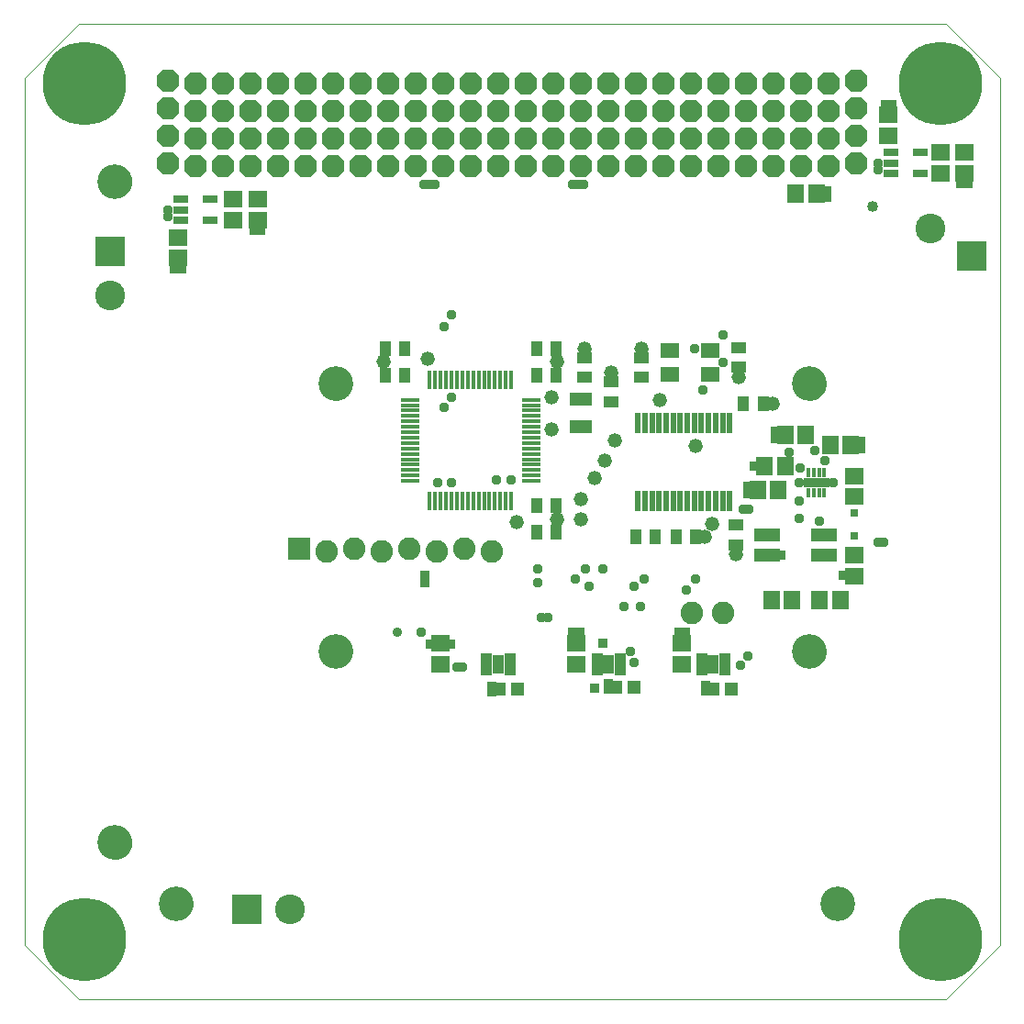
<source format=gts>
G75*
%MOIN*%
%OFA0B0*%
%FSLAX25Y25*%
%IPPOS*%
%LPD*%
%AMOC8*
5,1,8,0,0,1.08239X$1,22.5*
%
%ADD10R,0.04737X0.05131*%
%ADD11R,0.04068X0.01981*%
%ADD12R,0.04343X0.07099*%
%ADD13OC8,0.08200*%
%ADD14C,0.00000*%
%ADD15C,0.30328*%
%ADD16R,0.10800X0.10800*%
%ADD17C,0.10800*%
%ADD18C,0.12611*%
%ADD19R,0.06706X0.05918*%
%ADD20R,0.01784X0.06902*%
%ADD21R,0.06902X0.01784*%
%ADD22R,0.02375X0.07690*%
%ADD23R,0.07887X0.04737*%
%ADD24R,0.03950X0.05524*%
%ADD25R,0.05524X0.03950*%
%ADD26C,0.05200*%
%ADD27R,0.07099X0.05721*%
%ADD28R,0.04737X0.01784*%
%ADD29R,0.01784X0.04737*%
%ADD30R,0.08200X0.08200*%
%ADD31C,0.08200*%
%ADD32R,0.09461X0.03202*%
%ADD33R,0.01784X0.03556*%
%ADD34R,0.05918X0.06706*%
%ADD35R,0.02769X0.02769*%
%ADD36R,0.09461X0.04737*%
%ADD37R,0.05524X0.03162*%
%ADD38C,0.04000*%
%ADD39R,0.03581X0.03581*%
%ADD40R,0.03600X0.03600*%
%ADD41R,0.03778X0.03778*%
%ADD42C,0.03778*%
%ADD43C,0.03581*%
D10*
X0194061Y0132271D03*
X0200754Y0132271D03*
X0236332Y0133042D03*
X0243025Y0133042D03*
X0271679Y0132488D03*
X0278372Y0132488D03*
D11*
X0275913Y0138330D03*
X0275913Y0140299D03*
X0275913Y0142267D03*
X0275913Y0144236D03*
X0267527Y0144236D03*
X0267527Y0142267D03*
X0267527Y0140299D03*
X0267527Y0138330D03*
X0237913Y0138330D03*
X0237913Y0140299D03*
X0237913Y0142267D03*
X0237913Y0144236D03*
X0229527Y0144236D03*
X0229527Y0142267D03*
X0229527Y0140299D03*
X0229527Y0138330D03*
X0197813Y0138430D03*
X0197813Y0140399D03*
X0197813Y0142367D03*
X0197813Y0144336D03*
X0189427Y0144336D03*
X0189427Y0142367D03*
X0189427Y0140399D03*
X0189427Y0138430D03*
D12*
X0193620Y0141383D03*
X0233720Y0141283D03*
X0271720Y0141283D03*
D13*
X0273620Y0322195D03*
X0273620Y0332195D03*
X0273620Y0342195D03*
X0273620Y0352195D03*
X0263620Y0352195D03*
X0253620Y0352195D03*
X0253620Y0342195D03*
X0263620Y0342195D03*
X0263620Y0332195D03*
X0253620Y0332195D03*
X0243620Y0332195D03*
X0233620Y0332195D03*
X0233620Y0342195D03*
X0233620Y0352195D03*
X0243620Y0352195D03*
X0243620Y0342195D03*
X0223620Y0342195D03*
X0223620Y0352195D03*
X0213620Y0352195D03*
X0203620Y0352195D03*
X0203620Y0342195D03*
X0213620Y0342195D03*
X0213620Y0332195D03*
X0203620Y0332195D03*
X0193620Y0332195D03*
X0193620Y0342195D03*
X0193620Y0352195D03*
X0183620Y0352195D03*
X0173620Y0352195D03*
X0173620Y0342195D03*
X0183620Y0342195D03*
X0183620Y0332195D03*
X0173620Y0332195D03*
X0163620Y0332195D03*
X0163620Y0342195D03*
X0163620Y0352195D03*
X0153620Y0352195D03*
X0143620Y0352195D03*
X0143620Y0342195D03*
X0153620Y0342195D03*
X0153620Y0332195D03*
X0143620Y0332195D03*
X0133620Y0332195D03*
X0133620Y0342195D03*
X0133620Y0352195D03*
X0123620Y0352195D03*
X0113620Y0352195D03*
X0113620Y0342195D03*
X0123620Y0342195D03*
X0123620Y0332195D03*
X0113620Y0332195D03*
X0103620Y0332195D03*
X0103620Y0342195D03*
X0103620Y0352195D03*
X0093620Y0352195D03*
X0083620Y0352195D03*
X0083620Y0342195D03*
X0093620Y0342195D03*
X0093620Y0332195D03*
X0083620Y0332195D03*
X0083620Y0322195D03*
X0093620Y0322195D03*
X0103620Y0322195D03*
X0113620Y0322195D03*
X0123620Y0322195D03*
X0133620Y0322195D03*
X0143620Y0322195D03*
X0153620Y0322195D03*
X0163620Y0322195D03*
X0173620Y0322195D03*
X0183620Y0322195D03*
X0193620Y0322195D03*
X0203620Y0322195D03*
X0213620Y0322195D03*
X0223620Y0322195D03*
X0223620Y0332195D03*
X0233620Y0322195D03*
X0243620Y0322195D03*
X0253620Y0322195D03*
X0263620Y0322195D03*
X0283620Y0322195D03*
X0293620Y0322195D03*
X0293620Y0332195D03*
X0283620Y0332195D03*
X0283620Y0342195D03*
X0283620Y0352195D03*
X0293620Y0352195D03*
X0293620Y0342195D03*
X0303620Y0342195D03*
X0303620Y0352195D03*
X0313620Y0352195D03*
X0313620Y0342195D03*
X0323620Y0343195D03*
X0323620Y0353195D03*
X0323620Y0333195D03*
X0323620Y0323195D03*
X0313620Y0322195D03*
X0313620Y0332195D03*
X0303620Y0332195D03*
X0303620Y0322195D03*
X0073620Y0323195D03*
X0073620Y0333195D03*
X0073620Y0343195D03*
X0073620Y0353195D03*
D14*
X0021455Y0354163D02*
X0021455Y0039203D01*
X0041140Y0019518D01*
X0356100Y0019518D01*
X0375785Y0039203D01*
X0375785Y0354163D01*
X0356100Y0373848D01*
X0041140Y0373848D01*
X0021455Y0354163D01*
X0048494Y0316762D02*
X0048496Y0316915D01*
X0048502Y0317069D01*
X0048512Y0317222D01*
X0048526Y0317374D01*
X0048544Y0317527D01*
X0048566Y0317678D01*
X0048591Y0317829D01*
X0048621Y0317980D01*
X0048655Y0318130D01*
X0048692Y0318278D01*
X0048733Y0318426D01*
X0048778Y0318572D01*
X0048827Y0318718D01*
X0048880Y0318862D01*
X0048936Y0319004D01*
X0048996Y0319145D01*
X0049060Y0319285D01*
X0049127Y0319423D01*
X0049198Y0319559D01*
X0049273Y0319693D01*
X0049350Y0319825D01*
X0049432Y0319955D01*
X0049516Y0320083D01*
X0049604Y0320209D01*
X0049695Y0320332D01*
X0049789Y0320453D01*
X0049887Y0320571D01*
X0049987Y0320687D01*
X0050091Y0320800D01*
X0050197Y0320911D01*
X0050306Y0321019D01*
X0050418Y0321124D01*
X0050532Y0321225D01*
X0050650Y0321324D01*
X0050769Y0321420D01*
X0050891Y0321513D01*
X0051016Y0321602D01*
X0051143Y0321689D01*
X0051272Y0321771D01*
X0051403Y0321851D01*
X0051536Y0321927D01*
X0051671Y0322000D01*
X0051808Y0322069D01*
X0051947Y0322134D01*
X0052087Y0322196D01*
X0052229Y0322254D01*
X0052372Y0322309D01*
X0052517Y0322360D01*
X0052663Y0322407D01*
X0052810Y0322450D01*
X0052958Y0322489D01*
X0053107Y0322525D01*
X0053257Y0322556D01*
X0053408Y0322584D01*
X0053559Y0322608D01*
X0053712Y0322628D01*
X0053864Y0322644D01*
X0054017Y0322656D01*
X0054170Y0322664D01*
X0054323Y0322668D01*
X0054477Y0322668D01*
X0054630Y0322664D01*
X0054783Y0322656D01*
X0054936Y0322644D01*
X0055088Y0322628D01*
X0055241Y0322608D01*
X0055392Y0322584D01*
X0055543Y0322556D01*
X0055693Y0322525D01*
X0055842Y0322489D01*
X0055990Y0322450D01*
X0056137Y0322407D01*
X0056283Y0322360D01*
X0056428Y0322309D01*
X0056571Y0322254D01*
X0056713Y0322196D01*
X0056853Y0322134D01*
X0056992Y0322069D01*
X0057129Y0322000D01*
X0057264Y0321927D01*
X0057397Y0321851D01*
X0057528Y0321771D01*
X0057657Y0321689D01*
X0057784Y0321602D01*
X0057909Y0321513D01*
X0058031Y0321420D01*
X0058150Y0321324D01*
X0058268Y0321225D01*
X0058382Y0321124D01*
X0058494Y0321019D01*
X0058603Y0320911D01*
X0058709Y0320800D01*
X0058813Y0320687D01*
X0058913Y0320571D01*
X0059011Y0320453D01*
X0059105Y0320332D01*
X0059196Y0320209D01*
X0059284Y0320083D01*
X0059368Y0319955D01*
X0059450Y0319825D01*
X0059527Y0319693D01*
X0059602Y0319559D01*
X0059673Y0319423D01*
X0059740Y0319285D01*
X0059804Y0319145D01*
X0059864Y0319004D01*
X0059920Y0318862D01*
X0059973Y0318718D01*
X0060022Y0318572D01*
X0060067Y0318426D01*
X0060108Y0318278D01*
X0060145Y0318130D01*
X0060179Y0317980D01*
X0060209Y0317829D01*
X0060234Y0317678D01*
X0060256Y0317527D01*
X0060274Y0317374D01*
X0060288Y0317222D01*
X0060298Y0317069D01*
X0060304Y0316915D01*
X0060306Y0316762D01*
X0060304Y0316609D01*
X0060298Y0316455D01*
X0060288Y0316302D01*
X0060274Y0316150D01*
X0060256Y0315997D01*
X0060234Y0315846D01*
X0060209Y0315695D01*
X0060179Y0315544D01*
X0060145Y0315394D01*
X0060108Y0315246D01*
X0060067Y0315098D01*
X0060022Y0314952D01*
X0059973Y0314806D01*
X0059920Y0314662D01*
X0059864Y0314520D01*
X0059804Y0314379D01*
X0059740Y0314239D01*
X0059673Y0314101D01*
X0059602Y0313965D01*
X0059527Y0313831D01*
X0059450Y0313699D01*
X0059368Y0313569D01*
X0059284Y0313441D01*
X0059196Y0313315D01*
X0059105Y0313192D01*
X0059011Y0313071D01*
X0058913Y0312953D01*
X0058813Y0312837D01*
X0058709Y0312724D01*
X0058603Y0312613D01*
X0058494Y0312505D01*
X0058382Y0312400D01*
X0058268Y0312299D01*
X0058150Y0312200D01*
X0058031Y0312104D01*
X0057909Y0312011D01*
X0057784Y0311922D01*
X0057657Y0311835D01*
X0057528Y0311753D01*
X0057397Y0311673D01*
X0057264Y0311597D01*
X0057129Y0311524D01*
X0056992Y0311455D01*
X0056853Y0311390D01*
X0056713Y0311328D01*
X0056571Y0311270D01*
X0056428Y0311215D01*
X0056283Y0311164D01*
X0056137Y0311117D01*
X0055990Y0311074D01*
X0055842Y0311035D01*
X0055693Y0310999D01*
X0055543Y0310968D01*
X0055392Y0310940D01*
X0055241Y0310916D01*
X0055088Y0310896D01*
X0054936Y0310880D01*
X0054783Y0310868D01*
X0054630Y0310860D01*
X0054477Y0310856D01*
X0054323Y0310856D01*
X0054170Y0310860D01*
X0054017Y0310868D01*
X0053864Y0310880D01*
X0053712Y0310896D01*
X0053559Y0310916D01*
X0053408Y0310940D01*
X0053257Y0310968D01*
X0053107Y0310999D01*
X0052958Y0311035D01*
X0052810Y0311074D01*
X0052663Y0311117D01*
X0052517Y0311164D01*
X0052372Y0311215D01*
X0052229Y0311270D01*
X0052087Y0311328D01*
X0051947Y0311390D01*
X0051808Y0311455D01*
X0051671Y0311524D01*
X0051536Y0311597D01*
X0051403Y0311673D01*
X0051272Y0311753D01*
X0051143Y0311835D01*
X0051016Y0311922D01*
X0050891Y0312011D01*
X0050769Y0312104D01*
X0050650Y0312200D01*
X0050532Y0312299D01*
X0050418Y0312400D01*
X0050306Y0312505D01*
X0050197Y0312613D01*
X0050091Y0312724D01*
X0049987Y0312837D01*
X0049887Y0312953D01*
X0049789Y0313071D01*
X0049695Y0313192D01*
X0049604Y0313315D01*
X0049516Y0313441D01*
X0049432Y0313569D01*
X0049350Y0313699D01*
X0049273Y0313831D01*
X0049198Y0313965D01*
X0049127Y0314101D01*
X0049060Y0314239D01*
X0048996Y0314379D01*
X0048936Y0314520D01*
X0048880Y0314662D01*
X0048827Y0314806D01*
X0048778Y0314952D01*
X0048733Y0315098D01*
X0048692Y0315246D01*
X0048655Y0315394D01*
X0048621Y0315544D01*
X0048591Y0315695D01*
X0048566Y0315846D01*
X0048544Y0315997D01*
X0048526Y0316150D01*
X0048512Y0316302D01*
X0048502Y0316455D01*
X0048496Y0316609D01*
X0048494Y0316762D01*
X0128664Y0243293D02*
X0128666Y0243446D01*
X0128672Y0243600D01*
X0128682Y0243753D01*
X0128696Y0243905D01*
X0128714Y0244058D01*
X0128736Y0244209D01*
X0128761Y0244360D01*
X0128791Y0244511D01*
X0128825Y0244661D01*
X0128862Y0244809D01*
X0128903Y0244957D01*
X0128948Y0245103D01*
X0128997Y0245249D01*
X0129050Y0245393D01*
X0129106Y0245535D01*
X0129166Y0245676D01*
X0129230Y0245816D01*
X0129297Y0245954D01*
X0129368Y0246090D01*
X0129443Y0246224D01*
X0129520Y0246356D01*
X0129602Y0246486D01*
X0129686Y0246614D01*
X0129774Y0246740D01*
X0129865Y0246863D01*
X0129959Y0246984D01*
X0130057Y0247102D01*
X0130157Y0247218D01*
X0130261Y0247331D01*
X0130367Y0247442D01*
X0130476Y0247550D01*
X0130588Y0247655D01*
X0130702Y0247756D01*
X0130820Y0247855D01*
X0130939Y0247951D01*
X0131061Y0248044D01*
X0131186Y0248133D01*
X0131313Y0248220D01*
X0131442Y0248302D01*
X0131573Y0248382D01*
X0131706Y0248458D01*
X0131841Y0248531D01*
X0131978Y0248600D01*
X0132117Y0248665D01*
X0132257Y0248727D01*
X0132399Y0248785D01*
X0132542Y0248840D01*
X0132687Y0248891D01*
X0132833Y0248938D01*
X0132980Y0248981D01*
X0133128Y0249020D01*
X0133277Y0249056D01*
X0133427Y0249087D01*
X0133578Y0249115D01*
X0133729Y0249139D01*
X0133882Y0249159D01*
X0134034Y0249175D01*
X0134187Y0249187D01*
X0134340Y0249195D01*
X0134493Y0249199D01*
X0134647Y0249199D01*
X0134800Y0249195D01*
X0134953Y0249187D01*
X0135106Y0249175D01*
X0135258Y0249159D01*
X0135411Y0249139D01*
X0135562Y0249115D01*
X0135713Y0249087D01*
X0135863Y0249056D01*
X0136012Y0249020D01*
X0136160Y0248981D01*
X0136307Y0248938D01*
X0136453Y0248891D01*
X0136598Y0248840D01*
X0136741Y0248785D01*
X0136883Y0248727D01*
X0137023Y0248665D01*
X0137162Y0248600D01*
X0137299Y0248531D01*
X0137434Y0248458D01*
X0137567Y0248382D01*
X0137698Y0248302D01*
X0137827Y0248220D01*
X0137954Y0248133D01*
X0138079Y0248044D01*
X0138201Y0247951D01*
X0138320Y0247855D01*
X0138438Y0247756D01*
X0138552Y0247655D01*
X0138664Y0247550D01*
X0138773Y0247442D01*
X0138879Y0247331D01*
X0138983Y0247218D01*
X0139083Y0247102D01*
X0139181Y0246984D01*
X0139275Y0246863D01*
X0139366Y0246740D01*
X0139454Y0246614D01*
X0139538Y0246486D01*
X0139620Y0246356D01*
X0139697Y0246224D01*
X0139772Y0246090D01*
X0139843Y0245954D01*
X0139910Y0245816D01*
X0139974Y0245676D01*
X0140034Y0245535D01*
X0140090Y0245393D01*
X0140143Y0245249D01*
X0140192Y0245103D01*
X0140237Y0244957D01*
X0140278Y0244809D01*
X0140315Y0244661D01*
X0140349Y0244511D01*
X0140379Y0244360D01*
X0140404Y0244209D01*
X0140426Y0244058D01*
X0140444Y0243905D01*
X0140458Y0243753D01*
X0140468Y0243600D01*
X0140474Y0243446D01*
X0140476Y0243293D01*
X0140474Y0243140D01*
X0140468Y0242986D01*
X0140458Y0242833D01*
X0140444Y0242681D01*
X0140426Y0242528D01*
X0140404Y0242377D01*
X0140379Y0242226D01*
X0140349Y0242075D01*
X0140315Y0241925D01*
X0140278Y0241777D01*
X0140237Y0241629D01*
X0140192Y0241483D01*
X0140143Y0241337D01*
X0140090Y0241193D01*
X0140034Y0241051D01*
X0139974Y0240910D01*
X0139910Y0240770D01*
X0139843Y0240632D01*
X0139772Y0240496D01*
X0139697Y0240362D01*
X0139620Y0240230D01*
X0139538Y0240100D01*
X0139454Y0239972D01*
X0139366Y0239846D01*
X0139275Y0239723D01*
X0139181Y0239602D01*
X0139083Y0239484D01*
X0138983Y0239368D01*
X0138879Y0239255D01*
X0138773Y0239144D01*
X0138664Y0239036D01*
X0138552Y0238931D01*
X0138438Y0238830D01*
X0138320Y0238731D01*
X0138201Y0238635D01*
X0138079Y0238542D01*
X0137954Y0238453D01*
X0137827Y0238366D01*
X0137698Y0238284D01*
X0137567Y0238204D01*
X0137434Y0238128D01*
X0137299Y0238055D01*
X0137162Y0237986D01*
X0137023Y0237921D01*
X0136883Y0237859D01*
X0136741Y0237801D01*
X0136598Y0237746D01*
X0136453Y0237695D01*
X0136307Y0237648D01*
X0136160Y0237605D01*
X0136012Y0237566D01*
X0135863Y0237530D01*
X0135713Y0237499D01*
X0135562Y0237471D01*
X0135411Y0237447D01*
X0135258Y0237427D01*
X0135106Y0237411D01*
X0134953Y0237399D01*
X0134800Y0237391D01*
X0134647Y0237387D01*
X0134493Y0237387D01*
X0134340Y0237391D01*
X0134187Y0237399D01*
X0134034Y0237411D01*
X0133882Y0237427D01*
X0133729Y0237447D01*
X0133578Y0237471D01*
X0133427Y0237499D01*
X0133277Y0237530D01*
X0133128Y0237566D01*
X0132980Y0237605D01*
X0132833Y0237648D01*
X0132687Y0237695D01*
X0132542Y0237746D01*
X0132399Y0237801D01*
X0132257Y0237859D01*
X0132117Y0237921D01*
X0131978Y0237986D01*
X0131841Y0238055D01*
X0131706Y0238128D01*
X0131573Y0238204D01*
X0131442Y0238284D01*
X0131313Y0238366D01*
X0131186Y0238453D01*
X0131061Y0238542D01*
X0130939Y0238635D01*
X0130820Y0238731D01*
X0130702Y0238830D01*
X0130588Y0238931D01*
X0130476Y0239036D01*
X0130367Y0239144D01*
X0130261Y0239255D01*
X0130157Y0239368D01*
X0130057Y0239484D01*
X0129959Y0239602D01*
X0129865Y0239723D01*
X0129774Y0239846D01*
X0129686Y0239972D01*
X0129602Y0240100D01*
X0129520Y0240230D01*
X0129443Y0240362D01*
X0129368Y0240496D01*
X0129297Y0240632D01*
X0129230Y0240770D01*
X0129166Y0240910D01*
X0129106Y0241051D01*
X0129050Y0241193D01*
X0128997Y0241337D01*
X0128948Y0241483D01*
X0128903Y0241629D01*
X0128862Y0241777D01*
X0128825Y0241925D01*
X0128791Y0242075D01*
X0128761Y0242226D01*
X0128736Y0242377D01*
X0128714Y0242528D01*
X0128696Y0242681D01*
X0128682Y0242833D01*
X0128672Y0242986D01*
X0128666Y0243140D01*
X0128664Y0243293D01*
X0128694Y0146083D02*
X0128696Y0146236D01*
X0128702Y0146390D01*
X0128712Y0146543D01*
X0128726Y0146695D01*
X0128744Y0146848D01*
X0128766Y0146999D01*
X0128791Y0147150D01*
X0128821Y0147301D01*
X0128855Y0147451D01*
X0128892Y0147599D01*
X0128933Y0147747D01*
X0128978Y0147893D01*
X0129027Y0148039D01*
X0129080Y0148183D01*
X0129136Y0148325D01*
X0129196Y0148466D01*
X0129260Y0148606D01*
X0129327Y0148744D01*
X0129398Y0148880D01*
X0129473Y0149014D01*
X0129550Y0149146D01*
X0129632Y0149276D01*
X0129716Y0149404D01*
X0129804Y0149530D01*
X0129895Y0149653D01*
X0129989Y0149774D01*
X0130087Y0149892D01*
X0130187Y0150008D01*
X0130291Y0150121D01*
X0130397Y0150232D01*
X0130506Y0150340D01*
X0130618Y0150445D01*
X0130732Y0150546D01*
X0130850Y0150645D01*
X0130969Y0150741D01*
X0131091Y0150834D01*
X0131216Y0150923D01*
X0131343Y0151010D01*
X0131472Y0151092D01*
X0131603Y0151172D01*
X0131736Y0151248D01*
X0131871Y0151321D01*
X0132008Y0151390D01*
X0132147Y0151455D01*
X0132287Y0151517D01*
X0132429Y0151575D01*
X0132572Y0151630D01*
X0132717Y0151681D01*
X0132863Y0151728D01*
X0133010Y0151771D01*
X0133158Y0151810D01*
X0133307Y0151846D01*
X0133457Y0151877D01*
X0133608Y0151905D01*
X0133759Y0151929D01*
X0133912Y0151949D01*
X0134064Y0151965D01*
X0134217Y0151977D01*
X0134370Y0151985D01*
X0134523Y0151989D01*
X0134677Y0151989D01*
X0134830Y0151985D01*
X0134983Y0151977D01*
X0135136Y0151965D01*
X0135288Y0151949D01*
X0135441Y0151929D01*
X0135592Y0151905D01*
X0135743Y0151877D01*
X0135893Y0151846D01*
X0136042Y0151810D01*
X0136190Y0151771D01*
X0136337Y0151728D01*
X0136483Y0151681D01*
X0136628Y0151630D01*
X0136771Y0151575D01*
X0136913Y0151517D01*
X0137053Y0151455D01*
X0137192Y0151390D01*
X0137329Y0151321D01*
X0137464Y0151248D01*
X0137597Y0151172D01*
X0137728Y0151092D01*
X0137857Y0151010D01*
X0137984Y0150923D01*
X0138109Y0150834D01*
X0138231Y0150741D01*
X0138350Y0150645D01*
X0138468Y0150546D01*
X0138582Y0150445D01*
X0138694Y0150340D01*
X0138803Y0150232D01*
X0138909Y0150121D01*
X0139013Y0150008D01*
X0139113Y0149892D01*
X0139211Y0149774D01*
X0139305Y0149653D01*
X0139396Y0149530D01*
X0139484Y0149404D01*
X0139568Y0149276D01*
X0139650Y0149146D01*
X0139727Y0149014D01*
X0139802Y0148880D01*
X0139873Y0148744D01*
X0139940Y0148606D01*
X0140004Y0148466D01*
X0140064Y0148325D01*
X0140120Y0148183D01*
X0140173Y0148039D01*
X0140222Y0147893D01*
X0140267Y0147747D01*
X0140308Y0147599D01*
X0140345Y0147451D01*
X0140379Y0147301D01*
X0140409Y0147150D01*
X0140434Y0146999D01*
X0140456Y0146848D01*
X0140474Y0146695D01*
X0140488Y0146543D01*
X0140498Y0146390D01*
X0140504Y0146236D01*
X0140506Y0146083D01*
X0140504Y0145930D01*
X0140498Y0145776D01*
X0140488Y0145623D01*
X0140474Y0145471D01*
X0140456Y0145318D01*
X0140434Y0145167D01*
X0140409Y0145016D01*
X0140379Y0144865D01*
X0140345Y0144715D01*
X0140308Y0144567D01*
X0140267Y0144419D01*
X0140222Y0144273D01*
X0140173Y0144127D01*
X0140120Y0143983D01*
X0140064Y0143841D01*
X0140004Y0143700D01*
X0139940Y0143560D01*
X0139873Y0143422D01*
X0139802Y0143286D01*
X0139727Y0143152D01*
X0139650Y0143020D01*
X0139568Y0142890D01*
X0139484Y0142762D01*
X0139396Y0142636D01*
X0139305Y0142513D01*
X0139211Y0142392D01*
X0139113Y0142274D01*
X0139013Y0142158D01*
X0138909Y0142045D01*
X0138803Y0141934D01*
X0138694Y0141826D01*
X0138582Y0141721D01*
X0138468Y0141620D01*
X0138350Y0141521D01*
X0138231Y0141425D01*
X0138109Y0141332D01*
X0137984Y0141243D01*
X0137857Y0141156D01*
X0137728Y0141074D01*
X0137597Y0140994D01*
X0137464Y0140918D01*
X0137329Y0140845D01*
X0137192Y0140776D01*
X0137053Y0140711D01*
X0136913Y0140649D01*
X0136771Y0140591D01*
X0136628Y0140536D01*
X0136483Y0140485D01*
X0136337Y0140438D01*
X0136190Y0140395D01*
X0136042Y0140356D01*
X0135893Y0140320D01*
X0135743Y0140289D01*
X0135592Y0140261D01*
X0135441Y0140237D01*
X0135288Y0140217D01*
X0135136Y0140201D01*
X0134983Y0140189D01*
X0134830Y0140181D01*
X0134677Y0140177D01*
X0134523Y0140177D01*
X0134370Y0140181D01*
X0134217Y0140189D01*
X0134064Y0140201D01*
X0133912Y0140217D01*
X0133759Y0140237D01*
X0133608Y0140261D01*
X0133457Y0140289D01*
X0133307Y0140320D01*
X0133158Y0140356D01*
X0133010Y0140395D01*
X0132863Y0140438D01*
X0132717Y0140485D01*
X0132572Y0140536D01*
X0132429Y0140591D01*
X0132287Y0140649D01*
X0132147Y0140711D01*
X0132008Y0140776D01*
X0131871Y0140845D01*
X0131736Y0140918D01*
X0131603Y0140994D01*
X0131472Y0141074D01*
X0131343Y0141156D01*
X0131216Y0141243D01*
X0131091Y0141332D01*
X0130969Y0141425D01*
X0130850Y0141521D01*
X0130732Y0141620D01*
X0130618Y0141721D01*
X0130506Y0141826D01*
X0130397Y0141934D01*
X0130291Y0142045D01*
X0130187Y0142158D01*
X0130087Y0142274D01*
X0129989Y0142392D01*
X0129895Y0142513D01*
X0129804Y0142636D01*
X0129716Y0142762D01*
X0129632Y0142890D01*
X0129550Y0143020D01*
X0129473Y0143152D01*
X0129398Y0143286D01*
X0129327Y0143422D01*
X0129260Y0143560D01*
X0129196Y0143700D01*
X0129136Y0143841D01*
X0129080Y0143983D01*
X0129027Y0144127D01*
X0128978Y0144273D01*
X0128933Y0144419D01*
X0128892Y0144567D01*
X0128855Y0144715D01*
X0128821Y0144865D01*
X0128791Y0145016D01*
X0128766Y0145167D01*
X0128744Y0145318D01*
X0128726Y0145471D01*
X0128712Y0145623D01*
X0128702Y0145776D01*
X0128696Y0145930D01*
X0128694Y0146083D01*
X0048494Y0076604D02*
X0048496Y0076757D01*
X0048502Y0076911D01*
X0048512Y0077064D01*
X0048526Y0077216D01*
X0048544Y0077369D01*
X0048566Y0077520D01*
X0048591Y0077671D01*
X0048621Y0077822D01*
X0048655Y0077972D01*
X0048692Y0078120D01*
X0048733Y0078268D01*
X0048778Y0078414D01*
X0048827Y0078560D01*
X0048880Y0078704D01*
X0048936Y0078846D01*
X0048996Y0078987D01*
X0049060Y0079127D01*
X0049127Y0079265D01*
X0049198Y0079401D01*
X0049273Y0079535D01*
X0049350Y0079667D01*
X0049432Y0079797D01*
X0049516Y0079925D01*
X0049604Y0080051D01*
X0049695Y0080174D01*
X0049789Y0080295D01*
X0049887Y0080413D01*
X0049987Y0080529D01*
X0050091Y0080642D01*
X0050197Y0080753D01*
X0050306Y0080861D01*
X0050418Y0080966D01*
X0050532Y0081067D01*
X0050650Y0081166D01*
X0050769Y0081262D01*
X0050891Y0081355D01*
X0051016Y0081444D01*
X0051143Y0081531D01*
X0051272Y0081613D01*
X0051403Y0081693D01*
X0051536Y0081769D01*
X0051671Y0081842D01*
X0051808Y0081911D01*
X0051947Y0081976D01*
X0052087Y0082038D01*
X0052229Y0082096D01*
X0052372Y0082151D01*
X0052517Y0082202D01*
X0052663Y0082249D01*
X0052810Y0082292D01*
X0052958Y0082331D01*
X0053107Y0082367D01*
X0053257Y0082398D01*
X0053408Y0082426D01*
X0053559Y0082450D01*
X0053712Y0082470D01*
X0053864Y0082486D01*
X0054017Y0082498D01*
X0054170Y0082506D01*
X0054323Y0082510D01*
X0054477Y0082510D01*
X0054630Y0082506D01*
X0054783Y0082498D01*
X0054936Y0082486D01*
X0055088Y0082470D01*
X0055241Y0082450D01*
X0055392Y0082426D01*
X0055543Y0082398D01*
X0055693Y0082367D01*
X0055842Y0082331D01*
X0055990Y0082292D01*
X0056137Y0082249D01*
X0056283Y0082202D01*
X0056428Y0082151D01*
X0056571Y0082096D01*
X0056713Y0082038D01*
X0056853Y0081976D01*
X0056992Y0081911D01*
X0057129Y0081842D01*
X0057264Y0081769D01*
X0057397Y0081693D01*
X0057528Y0081613D01*
X0057657Y0081531D01*
X0057784Y0081444D01*
X0057909Y0081355D01*
X0058031Y0081262D01*
X0058150Y0081166D01*
X0058268Y0081067D01*
X0058382Y0080966D01*
X0058494Y0080861D01*
X0058603Y0080753D01*
X0058709Y0080642D01*
X0058813Y0080529D01*
X0058913Y0080413D01*
X0059011Y0080295D01*
X0059105Y0080174D01*
X0059196Y0080051D01*
X0059284Y0079925D01*
X0059368Y0079797D01*
X0059450Y0079667D01*
X0059527Y0079535D01*
X0059602Y0079401D01*
X0059673Y0079265D01*
X0059740Y0079127D01*
X0059804Y0078987D01*
X0059864Y0078846D01*
X0059920Y0078704D01*
X0059973Y0078560D01*
X0060022Y0078414D01*
X0060067Y0078268D01*
X0060108Y0078120D01*
X0060145Y0077972D01*
X0060179Y0077822D01*
X0060209Y0077671D01*
X0060234Y0077520D01*
X0060256Y0077369D01*
X0060274Y0077216D01*
X0060288Y0077064D01*
X0060298Y0076911D01*
X0060304Y0076757D01*
X0060306Y0076604D01*
X0060304Y0076451D01*
X0060298Y0076297D01*
X0060288Y0076144D01*
X0060274Y0075992D01*
X0060256Y0075839D01*
X0060234Y0075688D01*
X0060209Y0075537D01*
X0060179Y0075386D01*
X0060145Y0075236D01*
X0060108Y0075088D01*
X0060067Y0074940D01*
X0060022Y0074794D01*
X0059973Y0074648D01*
X0059920Y0074504D01*
X0059864Y0074362D01*
X0059804Y0074221D01*
X0059740Y0074081D01*
X0059673Y0073943D01*
X0059602Y0073807D01*
X0059527Y0073673D01*
X0059450Y0073541D01*
X0059368Y0073411D01*
X0059284Y0073283D01*
X0059196Y0073157D01*
X0059105Y0073034D01*
X0059011Y0072913D01*
X0058913Y0072795D01*
X0058813Y0072679D01*
X0058709Y0072566D01*
X0058603Y0072455D01*
X0058494Y0072347D01*
X0058382Y0072242D01*
X0058268Y0072141D01*
X0058150Y0072042D01*
X0058031Y0071946D01*
X0057909Y0071853D01*
X0057784Y0071764D01*
X0057657Y0071677D01*
X0057528Y0071595D01*
X0057397Y0071515D01*
X0057264Y0071439D01*
X0057129Y0071366D01*
X0056992Y0071297D01*
X0056853Y0071232D01*
X0056713Y0071170D01*
X0056571Y0071112D01*
X0056428Y0071057D01*
X0056283Y0071006D01*
X0056137Y0070959D01*
X0055990Y0070916D01*
X0055842Y0070877D01*
X0055693Y0070841D01*
X0055543Y0070810D01*
X0055392Y0070782D01*
X0055241Y0070758D01*
X0055088Y0070738D01*
X0054936Y0070722D01*
X0054783Y0070710D01*
X0054630Y0070702D01*
X0054477Y0070698D01*
X0054323Y0070698D01*
X0054170Y0070702D01*
X0054017Y0070710D01*
X0053864Y0070722D01*
X0053712Y0070738D01*
X0053559Y0070758D01*
X0053408Y0070782D01*
X0053257Y0070810D01*
X0053107Y0070841D01*
X0052958Y0070877D01*
X0052810Y0070916D01*
X0052663Y0070959D01*
X0052517Y0071006D01*
X0052372Y0071057D01*
X0052229Y0071112D01*
X0052087Y0071170D01*
X0051947Y0071232D01*
X0051808Y0071297D01*
X0051671Y0071366D01*
X0051536Y0071439D01*
X0051403Y0071515D01*
X0051272Y0071595D01*
X0051143Y0071677D01*
X0051016Y0071764D01*
X0050891Y0071853D01*
X0050769Y0071946D01*
X0050650Y0072042D01*
X0050532Y0072141D01*
X0050418Y0072242D01*
X0050306Y0072347D01*
X0050197Y0072455D01*
X0050091Y0072566D01*
X0049987Y0072679D01*
X0049887Y0072795D01*
X0049789Y0072913D01*
X0049695Y0073034D01*
X0049604Y0073157D01*
X0049516Y0073283D01*
X0049432Y0073411D01*
X0049350Y0073541D01*
X0049273Y0073673D01*
X0049198Y0073807D01*
X0049127Y0073943D01*
X0049060Y0074081D01*
X0048996Y0074221D01*
X0048936Y0074362D01*
X0048880Y0074504D01*
X0048827Y0074648D01*
X0048778Y0074794D01*
X0048733Y0074940D01*
X0048692Y0075088D01*
X0048655Y0075236D01*
X0048621Y0075386D01*
X0048591Y0075537D01*
X0048566Y0075688D01*
X0048544Y0075839D01*
X0048526Y0075992D01*
X0048512Y0076144D01*
X0048502Y0076297D01*
X0048496Y0076451D01*
X0048494Y0076604D01*
X0070698Y0054400D02*
X0070700Y0054553D01*
X0070706Y0054707D01*
X0070716Y0054860D01*
X0070730Y0055012D01*
X0070748Y0055165D01*
X0070770Y0055316D01*
X0070795Y0055467D01*
X0070825Y0055618D01*
X0070859Y0055768D01*
X0070896Y0055916D01*
X0070937Y0056064D01*
X0070982Y0056210D01*
X0071031Y0056356D01*
X0071084Y0056500D01*
X0071140Y0056642D01*
X0071200Y0056783D01*
X0071264Y0056923D01*
X0071331Y0057061D01*
X0071402Y0057197D01*
X0071477Y0057331D01*
X0071554Y0057463D01*
X0071636Y0057593D01*
X0071720Y0057721D01*
X0071808Y0057847D01*
X0071899Y0057970D01*
X0071993Y0058091D01*
X0072091Y0058209D01*
X0072191Y0058325D01*
X0072295Y0058438D01*
X0072401Y0058549D01*
X0072510Y0058657D01*
X0072622Y0058762D01*
X0072736Y0058863D01*
X0072854Y0058962D01*
X0072973Y0059058D01*
X0073095Y0059151D01*
X0073220Y0059240D01*
X0073347Y0059327D01*
X0073476Y0059409D01*
X0073607Y0059489D01*
X0073740Y0059565D01*
X0073875Y0059638D01*
X0074012Y0059707D01*
X0074151Y0059772D01*
X0074291Y0059834D01*
X0074433Y0059892D01*
X0074576Y0059947D01*
X0074721Y0059998D01*
X0074867Y0060045D01*
X0075014Y0060088D01*
X0075162Y0060127D01*
X0075311Y0060163D01*
X0075461Y0060194D01*
X0075612Y0060222D01*
X0075763Y0060246D01*
X0075916Y0060266D01*
X0076068Y0060282D01*
X0076221Y0060294D01*
X0076374Y0060302D01*
X0076527Y0060306D01*
X0076681Y0060306D01*
X0076834Y0060302D01*
X0076987Y0060294D01*
X0077140Y0060282D01*
X0077292Y0060266D01*
X0077445Y0060246D01*
X0077596Y0060222D01*
X0077747Y0060194D01*
X0077897Y0060163D01*
X0078046Y0060127D01*
X0078194Y0060088D01*
X0078341Y0060045D01*
X0078487Y0059998D01*
X0078632Y0059947D01*
X0078775Y0059892D01*
X0078917Y0059834D01*
X0079057Y0059772D01*
X0079196Y0059707D01*
X0079333Y0059638D01*
X0079468Y0059565D01*
X0079601Y0059489D01*
X0079732Y0059409D01*
X0079861Y0059327D01*
X0079988Y0059240D01*
X0080113Y0059151D01*
X0080235Y0059058D01*
X0080354Y0058962D01*
X0080472Y0058863D01*
X0080586Y0058762D01*
X0080698Y0058657D01*
X0080807Y0058549D01*
X0080913Y0058438D01*
X0081017Y0058325D01*
X0081117Y0058209D01*
X0081215Y0058091D01*
X0081309Y0057970D01*
X0081400Y0057847D01*
X0081488Y0057721D01*
X0081572Y0057593D01*
X0081654Y0057463D01*
X0081731Y0057331D01*
X0081806Y0057197D01*
X0081877Y0057061D01*
X0081944Y0056923D01*
X0082008Y0056783D01*
X0082068Y0056642D01*
X0082124Y0056500D01*
X0082177Y0056356D01*
X0082226Y0056210D01*
X0082271Y0056064D01*
X0082312Y0055916D01*
X0082349Y0055768D01*
X0082383Y0055618D01*
X0082413Y0055467D01*
X0082438Y0055316D01*
X0082460Y0055165D01*
X0082478Y0055012D01*
X0082492Y0054860D01*
X0082502Y0054707D01*
X0082508Y0054553D01*
X0082510Y0054400D01*
X0082508Y0054247D01*
X0082502Y0054093D01*
X0082492Y0053940D01*
X0082478Y0053788D01*
X0082460Y0053635D01*
X0082438Y0053484D01*
X0082413Y0053333D01*
X0082383Y0053182D01*
X0082349Y0053032D01*
X0082312Y0052884D01*
X0082271Y0052736D01*
X0082226Y0052590D01*
X0082177Y0052444D01*
X0082124Y0052300D01*
X0082068Y0052158D01*
X0082008Y0052017D01*
X0081944Y0051877D01*
X0081877Y0051739D01*
X0081806Y0051603D01*
X0081731Y0051469D01*
X0081654Y0051337D01*
X0081572Y0051207D01*
X0081488Y0051079D01*
X0081400Y0050953D01*
X0081309Y0050830D01*
X0081215Y0050709D01*
X0081117Y0050591D01*
X0081017Y0050475D01*
X0080913Y0050362D01*
X0080807Y0050251D01*
X0080698Y0050143D01*
X0080586Y0050038D01*
X0080472Y0049937D01*
X0080354Y0049838D01*
X0080235Y0049742D01*
X0080113Y0049649D01*
X0079988Y0049560D01*
X0079861Y0049473D01*
X0079732Y0049391D01*
X0079601Y0049311D01*
X0079468Y0049235D01*
X0079333Y0049162D01*
X0079196Y0049093D01*
X0079057Y0049028D01*
X0078917Y0048966D01*
X0078775Y0048908D01*
X0078632Y0048853D01*
X0078487Y0048802D01*
X0078341Y0048755D01*
X0078194Y0048712D01*
X0078046Y0048673D01*
X0077897Y0048637D01*
X0077747Y0048606D01*
X0077596Y0048578D01*
X0077445Y0048554D01*
X0077292Y0048534D01*
X0077140Y0048518D01*
X0076987Y0048506D01*
X0076834Y0048498D01*
X0076681Y0048494D01*
X0076527Y0048494D01*
X0076374Y0048498D01*
X0076221Y0048506D01*
X0076068Y0048518D01*
X0075916Y0048534D01*
X0075763Y0048554D01*
X0075612Y0048578D01*
X0075461Y0048606D01*
X0075311Y0048637D01*
X0075162Y0048673D01*
X0075014Y0048712D01*
X0074867Y0048755D01*
X0074721Y0048802D01*
X0074576Y0048853D01*
X0074433Y0048908D01*
X0074291Y0048966D01*
X0074151Y0049028D01*
X0074012Y0049093D01*
X0073875Y0049162D01*
X0073740Y0049235D01*
X0073607Y0049311D01*
X0073476Y0049391D01*
X0073347Y0049473D01*
X0073220Y0049560D01*
X0073095Y0049649D01*
X0072973Y0049742D01*
X0072854Y0049838D01*
X0072736Y0049937D01*
X0072622Y0050038D01*
X0072510Y0050143D01*
X0072401Y0050251D01*
X0072295Y0050362D01*
X0072191Y0050475D01*
X0072091Y0050591D01*
X0071993Y0050709D01*
X0071899Y0050830D01*
X0071808Y0050953D01*
X0071720Y0051079D01*
X0071636Y0051207D01*
X0071554Y0051337D01*
X0071477Y0051469D01*
X0071402Y0051603D01*
X0071331Y0051739D01*
X0071264Y0051877D01*
X0071200Y0052017D01*
X0071140Y0052158D01*
X0071084Y0052300D01*
X0071031Y0052444D01*
X0070982Y0052590D01*
X0070937Y0052736D01*
X0070896Y0052884D01*
X0070859Y0053032D01*
X0070825Y0053182D01*
X0070795Y0053333D01*
X0070770Y0053484D01*
X0070748Y0053635D01*
X0070730Y0053788D01*
X0070716Y0053940D01*
X0070706Y0054093D01*
X0070700Y0054247D01*
X0070698Y0054400D01*
X0300734Y0146053D02*
X0300736Y0146206D01*
X0300742Y0146360D01*
X0300752Y0146513D01*
X0300766Y0146665D01*
X0300784Y0146818D01*
X0300806Y0146969D01*
X0300831Y0147120D01*
X0300861Y0147271D01*
X0300895Y0147421D01*
X0300932Y0147569D01*
X0300973Y0147717D01*
X0301018Y0147863D01*
X0301067Y0148009D01*
X0301120Y0148153D01*
X0301176Y0148295D01*
X0301236Y0148436D01*
X0301300Y0148576D01*
X0301367Y0148714D01*
X0301438Y0148850D01*
X0301513Y0148984D01*
X0301590Y0149116D01*
X0301672Y0149246D01*
X0301756Y0149374D01*
X0301844Y0149500D01*
X0301935Y0149623D01*
X0302029Y0149744D01*
X0302127Y0149862D01*
X0302227Y0149978D01*
X0302331Y0150091D01*
X0302437Y0150202D01*
X0302546Y0150310D01*
X0302658Y0150415D01*
X0302772Y0150516D01*
X0302890Y0150615D01*
X0303009Y0150711D01*
X0303131Y0150804D01*
X0303256Y0150893D01*
X0303383Y0150980D01*
X0303512Y0151062D01*
X0303643Y0151142D01*
X0303776Y0151218D01*
X0303911Y0151291D01*
X0304048Y0151360D01*
X0304187Y0151425D01*
X0304327Y0151487D01*
X0304469Y0151545D01*
X0304612Y0151600D01*
X0304757Y0151651D01*
X0304903Y0151698D01*
X0305050Y0151741D01*
X0305198Y0151780D01*
X0305347Y0151816D01*
X0305497Y0151847D01*
X0305648Y0151875D01*
X0305799Y0151899D01*
X0305952Y0151919D01*
X0306104Y0151935D01*
X0306257Y0151947D01*
X0306410Y0151955D01*
X0306563Y0151959D01*
X0306717Y0151959D01*
X0306870Y0151955D01*
X0307023Y0151947D01*
X0307176Y0151935D01*
X0307328Y0151919D01*
X0307481Y0151899D01*
X0307632Y0151875D01*
X0307783Y0151847D01*
X0307933Y0151816D01*
X0308082Y0151780D01*
X0308230Y0151741D01*
X0308377Y0151698D01*
X0308523Y0151651D01*
X0308668Y0151600D01*
X0308811Y0151545D01*
X0308953Y0151487D01*
X0309093Y0151425D01*
X0309232Y0151360D01*
X0309369Y0151291D01*
X0309504Y0151218D01*
X0309637Y0151142D01*
X0309768Y0151062D01*
X0309897Y0150980D01*
X0310024Y0150893D01*
X0310149Y0150804D01*
X0310271Y0150711D01*
X0310390Y0150615D01*
X0310508Y0150516D01*
X0310622Y0150415D01*
X0310734Y0150310D01*
X0310843Y0150202D01*
X0310949Y0150091D01*
X0311053Y0149978D01*
X0311153Y0149862D01*
X0311251Y0149744D01*
X0311345Y0149623D01*
X0311436Y0149500D01*
X0311524Y0149374D01*
X0311608Y0149246D01*
X0311690Y0149116D01*
X0311767Y0148984D01*
X0311842Y0148850D01*
X0311913Y0148714D01*
X0311980Y0148576D01*
X0312044Y0148436D01*
X0312104Y0148295D01*
X0312160Y0148153D01*
X0312213Y0148009D01*
X0312262Y0147863D01*
X0312307Y0147717D01*
X0312348Y0147569D01*
X0312385Y0147421D01*
X0312419Y0147271D01*
X0312449Y0147120D01*
X0312474Y0146969D01*
X0312496Y0146818D01*
X0312514Y0146665D01*
X0312528Y0146513D01*
X0312538Y0146360D01*
X0312544Y0146206D01*
X0312546Y0146053D01*
X0312544Y0145900D01*
X0312538Y0145746D01*
X0312528Y0145593D01*
X0312514Y0145441D01*
X0312496Y0145288D01*
X0312474Y0145137D01*
X0312449Y0144986D01*
X0312419Y0144835D01*
X0312385Y0144685D01*
X0312348Y0144537D01*
X0312307Y0144389D01*
X0312262Y0144243D01*
X0312213Y0144097D01*
X0312160Y0143953D01*
X0312104Y0143811D01*
X0312044Y0143670D01*
X0311980Y0143530D01*
X0311913Y0143392D01*
X0311842Y0143256D01*
X0311767Y0143122D01*
X0311690Y0142990D01*
X0311608Y0142860D01*
X0311524Y0142732D01*
X0311436Y0142606D01*
X0311345Y0142483D01*
X0311251Y0142362D01*
X0311153Y0142244D01*
X0311053Y0142128D01*
X0310949Y0142015D01*
X0310843Y0141904D01*
X0310734Y0141796D01*
X0310622Y0141691D01*
X0310508Y0141590D01*
X0310390Y0141491D01*
X0310271Y0141395D01*
X0310149Y0141302D01*
X0310024Y0141213D01*
X0309897Y0141126D01*
X0309768Y0141044D01*
X0309637Y0140964D01*
X0309504Y0140888D01*
X0309369Y0140815D01*
X0309232Y0140746D01*
X0309093Y0140681D01*
X0308953Y0140619D01*
X0308811Y0140561D01*
X0308668Y0140506D01*
X0308523Y0140455D01*
X0308377Y0140408D01*
X0308230Y0140365D01*
X0308082Y0140326D01*
X0307933Y0140290D01*
X0307783Y0140259D01*
X0307632Y0140231D01*
X0307481Y0140207D01*
X0307328Y0140187D01*
X0307176Y0140171D01*
X0307023Y0140159D01*
X0306870Y0140151D01*
X0306717Y0140147D01*
X0306563Y0140147D01*
X0306410Y0140151D01*
X0306257Y0140159D01*
X0306104Y0140171D01*
X0305952Y0140187D01*
X0305799Y0140207D01*
X0305648Y0140231D01*
X0305497Y0140259D01*
X0305347Y0140290D01*
X0305198Y0140326D01*
X0305050Y0140365D01*
X0304903Y0140408D01*
X0304757Y0140455D01*
X0304612Y0140506D01*
X0304469Y0140561D01*
X0304327Y0140619D01*
X0304187Y0140681D01*
X0304048Y0140746D01*
X0303911Y0140815D01*
X0303776Y0140888D01*
X0303643Y0140964D01*
X0303512Y0141044D01*
X0303383Y0141126D01*
X0303256Y0141213D01*
X0303131Y0141302D01*
X0303009Y0141395D01*
X0302890Y0141491D01*
X0302772Y0141590D01*
X0302658Y0141691D01*
X0302546Y0141796D01*
X0302437Y0141904D01*
X0302331Y0142015D01*
X0302227Y0142128D01*
X0302127Y0142244D01*
X0302029Y0142362D01*
X0301935Y0142483D01*
X0301844Y0142606D01*
X0301756Y0142732D01*
X0301672Y0142860D01*
X0301590Y0142990D01*
X0301513Y0143122D01*
X0301438Y0143256D01*
X0301367Y0143392D01*
X0301300Y0143530D01*
X0301236Y0143670D01*
X0301176Y0143811D01*
X0301120Y0143953D01*
X0301067Y0144097D01*
X0301018Y0144243D01*
X0300973Y0144389D01*
X0300932Y0144537D01*
X0300895Y0144685D01*
X0300861Y0144835D01*
X0300831Y0144986D01*
X0300806Y0145137D01*
X0300784Y0145288D01*
X0300766Y0145441D01*
X0300752Y0145593D01*
X0300742Y0145746D01*
X0300736Y0145900D01*
X0300734Y0146053D01*
X0310856Y0054400D02*
X0310858Y0054553D01*
X0310864Y0054707D01*
X0310874Y0054860D01*
X0310888Y0055012D01*
X0310906Y0055165D01*
X0310928Y0055316D01*
X0310953Y0055467D01*
X0310983Y0055618D01*
X0311017Y0055768D01*
X0311054Y0055916D01*
X0311095Y0056064D01*
X0311140Y0056210D01*
X0311189Y0056356D01*
X0311242Y0056500D01*
X0311298Y0056642D01*
X0311358Y0056783D01*
X0311422Y0056923D01*
X0311489Y0057061D01*
X0311560Y0057197D01*
X0311635Y0057331D01*
X0311712Y0057463D01*
X0311794Y0057593D01*
X0311878Y0057721D01*
X0311966Y0057847D01*
X0312057Y0057970D01*
X0312151Y0058091D01*
X0312249Y0058209D01*
X0312349Y0058325D01*
X0312453Y0058438D01*
X0312559Y0058549D01*
X0312668Y0058657D01*
X0312780Y0058762D01*
X0312894Y0058863D01*
X0313012Y0058962D01*
X0313131Y0059058D01*
X0313253Y0059151D01*
X0313378Y0059240D01*
X0313505Y0059327D01*
X0313634Y0059409D01*
X0313765Y0059489D01*
X0313898Y0059565D01*
X0314033Y0059638D01*
X0314170Y0059707D01*
X0314309Y0059772D01*
X0314449Y0059834D01*
X0314591Y0059892D01*
X0314734Y0059947D01*
X0314879Y0059998D01*
X0315025Y0060045D01*
X0315172Y0060088D01*
X0315320Y0060127D01*
X0315469Y0060163D01*
X0315619Y0060194D01*
X0315770Y0060222D01*
X0315921Y0060246D01*
X0316074Y0060266D01*
X0316226Y0060282D01*
X0316379Y0060294D01*
X0316532Y0060302D01*
X0316685Y0060306D01*
X0316839Y0060306D01*
X0316992Y0060302D01*
X0317145Y0060294D01*
X0317298Y0060282D01*
X0317450Y0060266D01*
X0317603Y0060246D01*
X0317754Y0060222D01*
X0317905Y0060194D01*
X0318055Y0060163D01*
X0318204Y0060127D01*
X0318352Y0060088D01*
X0318499Y0060045D01*
X0318645Y0059998D01*
X0318790Y0059947D01*
X0318933Y0059892D01*
X0319075Y0059834D01*
X0319215Y0059772D01*
X0319354Y0059707D01*
X0319491Y0059638D01*
X0319626Y0059565D01*
X0319759Y0059489D01*
X0319890Y0059409D01*
X0320019Y0059327D01*
X0320146Y0059240D01*
X0320271Y0059151D01*
X0320393Y0059058D01*
X0320512Y0058962D01*
X0320630Y0058863D01*
X0320744Y0058762D01*
X0320856Y0058657D01*
X0320965Y0058549D01*
X0321071Y0058438D01*
X0321175Y0058325D01*
X0321275Y0058209D01*
X0321373Y0058091D01*
X0321467Y0057970D01*
X0321558Y0057847D01*
X0321646Y0057721D01*
X0321730Y0057593D01*
X0321812Y0057463D01*
X0321889Y0057331D01*
X0321964Y0057197D01*
X0322035Y0057061D01*
X0322102Y0056923D01*
X0322166Y0056783D01*
X0322226Y0056642D01*
X0322282Y0056500D01*
X0322335Y0056356D01*
X0322384Y0056210D01*
X0322429Y0056064D01*
X0322470Y0055916D01*
X0322507Y0055768D01*
X0322541Y0055618D01*
X0322571Y0055467D01*
X0322596Y0055316D01*
X0322618Y0055165D01*
X0322636Y0055012D01*
X0322650Y0054860D01*
X0322660Y0054707D01*
X0322666Y0054553D01*
X0322668Y0054400D01*
X0322666Y0054247D01*
X0322660Y0054093D01*
X0322650Y0053940D01*
X0322636Y0053788D01*
X0322618Y0053635D01*
X0322596Y0053484D01*
X0322571Y0053333D01*
X0322541Y0053182D01*
X0322507Y0053032D01*
X0322470Y0052884D01*
X0322429Y0052736D01*
X0322384Y0052590D01*
X0322335Y0052444D01*
X0322282Y0052300D01*
X0322226Y0052158D01*
X0322166Y0052017D01*
X0322102Y0051877D01*
X0322035Y0051739D01*
X0321964Y0051603D01*
X0321889Y0051469D01*
X0321812Y0051337D01*
X0321730Y0051207D01*
X0321646Y0051079D01*
X0321558Y0050953D01*
X0321467Y0050830D01*
X0321373Y0050709D01*
X0321275Y0050591D01*
X0321175Y0050475D01*
X0321071Y0050362D01*
X0320965Y0050251D01*
X0320856Y0050143D01*
X0320744Y0050038D01*
X0320630Y0049937D01*
X0320512Y0049838D01*
X0320393Y0049742D01*
X0320271Y0049649D01*
X0320146Y0049560D01*
X0320019Y0049473D01*
X0319890Y0049391D01*
X0319759Y0049311D01*
X0319626Y0049235D01*
X0319491Y0049162D01*
X0319354Y0049093D01*
X0319215Y0049028D01*
X0319075Y0048966D01*
X0318933Y0048908D01*
X0318790Y0048853D01*
X0318645Y0048802D01*
X0318499Y0048755D01*
X0318352Y0048712D01*
X0318204Y0048673D01*
X0318055Y0048637D01*
X0317905Y0048606D01*
X0317754Y0048578D01*
X0317603Y0048554D01*
X0317450Y0048534D01*
X0317298Y0048518D01*
X0317145Y0048506D01*
X0316992Y0048498D01*
X0316839Y0048494D01*
X0316685Y0048494D01*
X0316532Y0048498D01*
X0316379Y0048506D01*
X0316226Y0048518D01*
X0316074Y0048534D01*
X0315921Y0048554D01*
X0315770Y0048578D01*
X0315619Y0048606D01*
X0315469Y0048637D01*
X0315320Y0048673D01*
X0315172Y0048712D01*
X0315025Y0048755D01*
X0314879Y0048802D01*
X0314734Y0048853D01*
X0314591Y0048908D01*
X0314449Y0048966D01*
X0314309Y0049028D01*
X0314170Y0049093D01*
X0314033Y0049162D01*
X0313898Y0049235D01*
X0313765Y0049311D01*
X0313634Y0049391D01*
X0313505Y0049473D01*
X0313378Y0049560D01*
X0313253Y0049649D01*
X0313131Y0049742D01*
X0313012Y0049838D01*
X0312894Y0049937D01*
X0312780Y0050038D01*
X0312668Y0050143D01*
X0312559Y0050251D01*
X0312453Y0050362D01*
X0312349Y0050475D01*
X0312249Y0050591D01*
X0312151Y0050709D01*
X0312057Y0050830D01*
X0311966Y0050953D01*
X0311878Y0051079D01*
X0311794Y0051207D01*
X0311712Y0051337D01*
X0311635Y0051469D01*
X0311560Y0051603D01*
X0311489Y0051739D01*
X0311422Y0051877D01*
X0311358Y0052017D01*
X0311298Y0052158D01*
X0311242Y0052300D01*
X0311189Y0052444D01*
X0311140Y0052590D01*
X0311095Y0052736D01*
X0311054Y0052884D01*
X0311017Y0053032D01*
X0310983Y0053182D01*
X0310953Y0053333D01*
X0310928Y0053484D01*
X0310906Y0053635D01*
X0310888Y0053788D01*
X0310874Y0053940D01*
X0310864Y0054093D01*
X0310858Y0054247D01*
X0310856Y0054400D01*
X0300734Y0243313D02*
X0300736Y0243466D01*
X0300742Y0243620D01*
X0300752Y0243773D01*
X0300766Y0243925D01*
X0300784Y0244078D01*
X0300806Y0244229D01*
X0300831Y0244380D01*
X0300861Y0244531D01*
X0300895Y0244681D01*
X0300932Y0244829D01*
X0300973Y0244977D01*
X0301018Y0245123D01*
X0301067Y0245269D01*
X0301120Y0245413D01*
X0301176Y0245555D01*
X0301236Y0245696D01*
X0301300Y0245836D01*
X0301367Y0245974D01*
X0301438Y0246110D01*
X0301513Y0246244D01*
X0301590Y0246376D01*
X0301672Y0246506D01*
X0301756Y0246634D01*
X0301844Y0246760D01*
X0301935Y0246883D01*
X0302029Y0247004D01*
X0302127Y0247122D01*
X0302227Y0247238D01*
X0302331Y0247351D01*
X0302437Y0247462D01*
X0302546Y0247570D01*
X0302658Y0247675D01*
X0302772Y0247776D01*
X0302890Y0247875D01*
X0303009Y0247971D01*
X0303131Y0248064D01*
X0303256Y0248153D01*
X0303383Y0248240D01*
X0303512Y0248322D01*
X0303643Y0248402D01*
X0303776Y0248478D01*
X0303911Y0248551D01*
X0304048Y0248620D01*
X0304187Y0248685D01*
X0304327Y0248747D01*
X0304469Y0248805D01*
X0304612Y0248860D01*
X0304757Y0248911D01*
X0304903Y0248958D01*
X0305050Y0249001D01*
X0305198Y0249040D01*
X0305347Y0249076D01*
X0305497Y0249107D01*
X0305648Y0249135D01*
X0305799Y0249159D01*
X0305952Y0249179D01*
X0306104Y0249195D01*
X0306257Y0249207D01*
X0306410Y0249215D01*
X0306563Y0249219D01*
X0306717Y0249219D01*
X0306870Y0249215D01*
X0307023Y0249207D01*
X0307176Y0249195D01*
X0307328Y0249179D01*
X0307481Y0249159D01*
X0307632Y0249135D01*
X0307783Y0249107D01*
X0307933Y0249076D01*
X0308082Y0249040D01*
X0308230Y0249001D01*
X0308377Y0248958D01*
X0308523Y0248911D01*
X0308668Y0248860D01*
X0308811Y0248805D01*
X0308953Y0248747D01*
X0309093Y0248685D01*
X0309232Y0248620D01*
X0309369Y0248551D01*
X0309504Y0248478D01*
X0309637Y0248402D01*
X0309768Y0248322D01*
X0309897Y0248240D01*
X0310024Y0248153D01*
X0310149Y0248064D01*
X0310271Y0247971D01*
X0310390Y0247875D01*
X0310508Y0247776D01*
X0310622Y0247675D01*
X0310734Y0247570D01*
X0310843Y0247462D01*
X0310949Y0247351D01*
X0311053Y0247238D01*
X0311153Y0247122D01*
X0311251Y0247004D01*
X0311345Y0246883D01*
X0311436Y0246760D01*
X0311524Y0246634D01*
X0311608Y0246506D01*
X0311690Y0246376D01*
X0311767Y0246244D01*
X0311842Y0246110D01*
X0311913Y0245974D01*
X0311980Y0245836D01*
X0312044Y0245696D01*
X0312104Y0245555D01*
X0312160Y0245413D01*
X0312213Y0245269D01*
X0312262Y0245123D01*
X0312307Y0244977D01*
X0312348Y0244829D01*
X0312385Y0244681D01*
X0312419Y0244531D01*
X0312449Y0244380D01*
X0312474Y0244229D01*
X0312496Y0244078D01*
X0312514Y0243925D01*
X0312528Y0243773D01*
X0312538Y0243620D01*
X0312544Y0243466D01*
X0312546Y0243313D01*
X0312544Y0243160D01*
X0312538Y0243006D01*
X0312528Y0242853D01*
X0312514Y0242701D01*
X0312496Y0242548D01*
X0312474Y0242397D01*
X0312449Y0242246D01*
X0312419Y0242095D01*
X0312385Y0241945D01*
X0312348Y0241797D01*
X0312307Y0241649D01*
X0312262Y0241503D01*
X0312213Y0241357D01*
X0312160Y0241213D01*
X0312104Y0241071D01*
X0312044Y0240930D01*
X0311980Y0240790D01*
X0311913Y0240652D01*
X0311842Y0240516D01*
X0311767Y0240382D01*
X0311690Y0240250D01*
X0311608Y0240120D01*
X0311524Y0239992D01*
X0311436Y0239866D01*
X0311345Y0239743D01*
X0311251Y0239622D01*
X0311153Y0239504D01*
X0311053Y0239388D01*
X0310949Y0239275D01*
X0310843Y0239164D01*
X0310734Y0239056D01*
X0310622Y0238951D01*
X0310508Y0238850D01*
X0310390Y0238751D01*
X0310271Y0238655D01*
X0310149Y0238562D01*
X0310024Y0238473D01*
X0309897Y0238386D01*
X0309768Y0238304D01*
X0309637Y0238224D01*
X0309504Y0238148D01*
X0309369Y0238075D01*
X0309232Y0238006D01*
X0309093Y0237941D01*
X0308953Y0237879D01*
X0308811Y0237821D01*
X0308668Y0237766D01*
X0308523Y0237715D01*
X0308377Y0237668D01*
X0308230Y0237625D01*
X0308082Y0237586D01*
X0307933Y0237550D01*
X0307783Y0237519D01*
X0307632Y0237491D01*
X0307481Y0237467D01*
X0307328Y0237447D01*
X0307176Y0237431D01*
X0307023Y0237419D01*
X0306870Y0237411D01*
X0306717Y0237407D01*
X0306563Y0237407D01*
X0306410Y0237411D01*
X0306257Y0237419D01*
X0306104Y0237431D01*
X0305952Y0237447D01*
X0305799Y0237467D01*
X0305648Y0237491D01*
X0305497Y0237519D01*
X0305347Y0237550D01*
X0305198Y0237586D01*
X0305050Y0237625D01*
X0304903Y0237668D01*
X0304757Y0237715D01*
X0304612Y0237766D01*
X0304469Y0237821D01*
X0304327Y0237879D01*
X0304187Y0237941D01*
X0304048Y0238006D01*
X0303911Y0238075D01*
X0303776Y0238148D01*
X0303643Y0238224D01*
X0303512Y0238304D01*
X0303383Y0238386D01*
X0303256Y0238473D01*
X0303131Y0238562D01*
X0303009Y0238655D01*
X0302890Y0238751D01*
X0302772Y0238850D01*
X0302658Y0238951D01*
X0302546Y0239056D01*
X0302437Y0239164D01*
X0302331Y0239275D01*
X0302227Y0239388D01*
X0302127Y0239504D01*
X0302029Y0239622D01*
X0301935Y0239743D01*
X0301844Y0239866D01*
X0301756Y0239992D01*
X0301672Y0240120D01*
X0301590Y0240250D01*
X0301513Y0240382D01*
X0301438Y0240516D01*
X0301367Y0240652D01*
X0301300Y0240790D01*
X0301236Y0240930D01*
X0301176Y0241071D01*
X0301120Y0241213D01*
X0301067Y0241357D01*
X0301018Y0241503D01*
X0300973Y0241649D01*
X0300932Y0241797D01*
X0300895Y0241945D01*
X0300861Y0242095D01*
X0300831Y0242246D01*
X0300806Y0242397D01*
X0300784Y0242548D01*
X0300766Y0242701D01*
X0300752Y0242853D01*
X0300742Y0243006D01*
X0300736Y0243160D01*
X0300734Y0243313D01*
D15*
X0354132Y0352195D03*
X0043108Y0352195D03*
X0043108Y0041171D03*
X0354132Y0041171D03*
D16*
X0102195Y0052431D03*
X0052431Y0291171D03*
X0365620Y0289683D03*
D17*
X0350620Y0299683D03*
X0117943Y0052431D03*
X0052431Y0275423D03*
D18*
X0054400Y0316762D03*
X0134570Y0243293D03*
X0134600Y0146083D03*
X0054400Y0076604D03*
X0076604Y0054400D03*
X0306640Y0146053D03*
X0316762Y0054400D03*
X0306640Y0243313D03*
D19*
X0322870Y0209673D03*
X0322870Y0202193D03*
X0322870Y0180923D03*
X0322870Y0173443D03*
X0260311Y0148944D03*
X0260311Y0141464D03*
X0221941Y0141464D03*
X0221941Y0148944D03*
X0172633Y0148944D03*
X0172633Y0141464D03*
X0077370Y0288943D03*
X0077370Y0296423D03*
X0097370Y0302693D03*
X0097370Y0310173D03*
X0106120Y0310173D03*
X0106120Y0302693D03*
X0335370Y0333443D03*
X0335370Y0340923D03*
X0354120Y0327173D03*
X0354120Y0319693D03*
X0362870Y0319693D03*
X0362870Y0327173D03*
D20*
X0198284Y0244730D03*
X0196315Y0244730D03*
X0194347Y0244730D03*
X0192378Y0244730D03*
X0190410Y0244730D03*
X0188441Y0244730D03*
X0186473Y0244730D03*
X0184504Y0244730D03*
X0182536Y0244730D03*
X0180567Y0244730D03*
X0178599Y0244730D03*
X0176630Y0244730D03*
X0174662Y0244730D03*
X0172693Y0244730D03*
X0170725Y0244730D03*
X0168756Y0244730D03*
X0168756Y0200636D03*
X0170725Y0200636D03*
X0172693Y0200636D03*
X0174662Y0200636D03*
X0176630Y0200636D03*
X0178599Y0200636D03*
X0180567Y0200636D03*
X0182536Y0200636D03*
X0184504Y0200636D03*
X0186473Y0200636D03*
X0188441Y0200636D03*
X0190410Y0200636D03*
X0192378Y0200636D03*
X0194347Y0200636D03*
X0196315Y0200636D03*
X0198284Y0200636D03*
D21*
X0205567Y0207919D03*
X0205567Y0209888D03*
X0205567Y0211856D03*
X0205567Y0213825D03*
X0205567Y0215793D03*
X0205567Y0217762D03*
X0205567Y0219730D03*
X0205567Y0221699D03*
X0205567Y0223667D03*
X0205567Y0225636D03*
X0205567Y0227604D03*
X0205567Y0229573D03*
X0205567Y0231541D03*
X0205567Y0233510D03*
X0205567Y0235478D03*
X0205567Y0237447D03*
X0161473Y0237447D03*
X0161473Y0235478D03*
X0161473Y0233510D03*
X0161473Y0231541D03*
X0161473Y0229573D03*
X0161473Y0227604D03*
X0161473Y0225636D03*
X0161473Y0223667D03*
X0161473Y0221699D03*
X0161473Y0219730D03*
X0161473Y0217762D03*
X0161473Y0215793D03*
X0161473Y0213825D03*
X0161473Y0211856D03*
X0161473Y0209888D03*
X0161473Y0207919D03*
D22*
X0244386Y0200636D03*
X0246945Y0200636D03*
X0249504Y0200636D03*
X0252063Y0200636D03*
X0254622Y0200636D03*
X0257181Y0200636D03*
X0259741Y0200636D03*
X0262300Y0200636D03*
X0264859Y0200636D03*
X0267418Y0200636D03*
X0269977Y0200636D03*
X0272536Y0200636D03*
X0275095Y0200636D03*
X0277654Y0200636D03*
X0277654Y0228982D03*
X0275095Y0228982D03*
X0272536Y0228982D03*
X0269977Y0228982D03*
X0267418Y0228982D03*
X0264859Y0228982D03*
X0262300Y0228982D03*
X0259741Y0228982D03*
X0257181Y0228982D03*
X0254622Y0228982D03*
X0252063Y0228982D03*
X0249504Y0228982D03*
X0246945Y0228982D03*
X0244386Y0228982D03*
D23*
X0223520Y0227762D03*
X0223520Y0237604D03*
D24*
X0214544Y0246305D03*
X0207457Y0246305D03*
X0207457Y0256148D03*
X0214544Y0256148D03*
X0159583Y0256148D03*
X0152496Y0256148D03*
X0152496Y0246305D03*
X0159583Y0246305D03*
X0207457Y0199061D03*
X0214544Y0199061D03*
X0214544Y0189219D03*
X0207457Y0189219D03*
X0243540Y0187742D03*
X0250626Y0187742D03*
X0258146Y0187742D03*
X0265233Y0187742D03*
X0282752Y0235970D03*
X0289839Y0235970D03*
D25*
X0280961Y0249238D03*
X0280961Y0256325D03*
X0245528Y0252722D03*
X0245528Y0245636D03*
X0234701Y0243864D03*
X0234701Y0236778D03*
X0224859Y0245636D03*
X0224859Y0252722D03*
X0279977Y0191856D03*
X0279977Y0184770D03*
D26*
X0279977Y0181344D03*
X0268658Y0187742D03*
X0271119Y0192171D03*
X0265213Y0220715D03*
X0252418Y0237447D03*
X0234701Y0247289D03*
X0224859Y0256148D03*
X0215016Y0251226D03*
X0213048Y0238431D03*
X0213048Y0226620D03*
X0232156Y0215201D03*
X0228535Y0208954D03*
X0223520Y0201433D03*
X0223520Y0193933D03*
X0215016Y0194140D03*
X0200252Y0193156D03*
X0236070Y0222683D03*
X0245528Y0256148D03*
X0280961Y0245813D03*
X0293264Y0235970D03*
X0167772Y0252211D03*
X0152024Y0251226D03*
D27*
X0255882Y0255478D03*
X0255882Y0246817D03*
X0270449Y0246817D03*
X0270449Y0255478D03*
D28*
X0279977Y0192565D03*
D29*
X0257831Y0187742D03*
X0282437Y0235970D03*
X0206765Y0256078D03*
X0160046Y0256278D03*
X0206687Y0189214D03*
D30*
X0121120Y0183283D03*
D31*
X0131120Y0182283D03*
X0141120Y0183283D03*
X0151120Y0182283D03*
X0161120Y0183283D03*
X0171120Y0182283D03*
X0181120Y0183283D03*
X0191120Y0182283D03*
X0264020Y0160083D03*
X0275420Y0160083D03*
D32*
X0309120Y0207183D03*
D33*
X0308136Y0203541D03*
X0310104Y0203541D03*
X0312073Y0203541D03*
X0306167Y0203541D03*
X0306167Y0210825D03*
X0308136Y0210825D03*
X0310104Y0210825D03*
X0312073Y0210825D03*
D34*
X0314130Y0220933D03*
X0321610Y0220933D03*
X0305360Y0224683D03*
X0297880Y0224683D03*
X0297860Y0213433D03*
X0290380Y0213433D03*
X0287880Y0204683D03*
X0295360Y0204683D03*
X0292880Y0164683D03*
X0300360Y0164683D03*
X0310380Y0164683D03*
X0317860Y0164683D03*
X0309110Y0312183D03*
X0301630Y0312183D03*
D35*
X0322870Y0196317D03*
X0322870Y0188049D03*
D36*
X0312053Y0188226D03*
X0312053Y0181140D03*
X0291187Y0181140D03*
X0291187Y0188226D03*
D37*
X0336305Y0319693D03*
X0336305Y0323433D03*
X0336305Y0327173D03*
X0346935Y0327173D03*
X0346935Y0319693D03*
X0088935Y0310173D03*
X0088935Y0302693D03*
X0078305Y0302693D03*
X0078305Y0306433D03*
X0078305Y0310173D03*
D38*
X0329620Y0307683D03*
D39*
X0261492Y0152891D03*
X0259130Y0152891D03*
X0268920Y0133683D03*
X0268920Y0131583D03*
X0233620Y0139883D03*
X0233620Y0142639D03*
X0231465Y0148918D03*
X0223122Y0152891D03*
X0220759Y0152891D03*
X0228481Y0132664D03*
X0233520Y0132283D03*
X0233520Y0134483D03*
X0193620Y0139983D03*
X0193620Y0142739D03*
X0191120Y0133483D03*
X0191120Y0131383D03*
X0176315Y0148748D03*
X0168952Y0148748D03*
X0166765Y0171098D03*
X0166765Y0173598D03*
D40*
X0271820Y0142639D03*
X0271820Y0139883D03*
X0296420Y0181133D03*
X0318920Y0173633D03*
D41*
X0284120Y0203433D03*
X0284120Y0205933D03*
X0286620Y0213433D03*
X0294120Y0223433D03*
X0294120Y0225933D03*
X0325370Y0222183D03*
X0325370Y0219683D03*
X0312870Y0310933D03*
X0312870Y0313433D03*
X0334229Y0344790D03*
X0336729Y0344790D03*
X0361729Y0316040D03*
X0364229Y0316040D03*
X0107261Y0298827D03*
X0104761Y0298827D03*
X0078511Y0285077D03*
X0076011Y0285077D03*
D42*
X0073620Y0303933D03*
X0073620Y0306433D03*
X0166620Y0315683D03*
X0168620Y0315683D03*
X0170620Y0315683D03*
X0176620Y0268433D03*
X0173831Y0263867D03*
X0176620Y0238433D03*
X0173831Y0234683D03*
X0171620Y0207183D03*
X0176620Y0207183D03*
X0192870Y0208433D03*
X0198427Y0208433D03*
X0207870Y0175894D03*
X0207870Y0170933D03*
X0209120Y0158433D03*
X0211620Y0158433D03*
X0221523Y0172280D03*
X0225370Y0175933D03*
X0226620Y0169683D03*
X0231620Y0175933D03*
X0242870Y0169683D03*
X0246620Y0172472D03*
X0245370Y0162183D03*
X0239120Y0162183D03*
X0241620Y0145933D03*
X0242870Y0142155D03*
X0261870Y0168183D03*
X0265120Y0172183D03*
X0282620Y0197683D03*
X0284620Y0197683D03*
X0302870Y0200589D03*
X0302870Y0194394D03*
X0310370Y0193433D03*
X0315370Y0207183D03*
X0312245Y0215308D03*
X0308592Y0219155D03*
X0303325Y0212527D03*
X0302870Y0207183D03*
X0299120Y0218433D03*
X0267870Y0240933D03*
X0275370Y0250933D03*
X0275370Y0260933D03*
X0265011Y0255933D03*
X0224620Y0315683D03*
X0222620Y0315683D03*
X0220620Y0315683D03*
X0331620Y0320933D03*
X0331620Y0323433D03*
X0331620Y0185683D03*
X0333620Y0185683D03*
X0284120Y0144394D03*
X0281620Y0140933D03*
X0180620Y0140399D03*
X0178620Y0140399D03*
X0165694Y0153078D03*
D43*
X0156885Y0153078D03*
M02*

</source>
